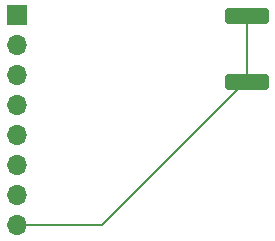
<source format=gbr>
%TF.GenerationSoftware,KiCad,Pcbnew,8.0.8*%
%TF.CreationDate,2025-03-31T21:12:05+02:00*%
%TF.ProjectId,nrf24small,6e726632-3473-46d6-916c-6c2e6b696361,rev?*%
%TF.SameCoordinates,Original*%
%TF.FileFunction,Copper,L2,Bot*%
%TF.FilePolarity,Positive*%
%FSLAX46Y46*%
G04 Gerber Fmt 4.6, Leading zero omitted, Abs format (unit mm)*
G04 Created by KiCad (PCBNEW 8.0.8) date 2025-03-31 21:12:05*
%MOMM*%
%LPD*%
G01*
G04 APERTURE LIST*
G04 Aperture macros list*
%AMRoundRect*
0 Rectangle with rounded corners*
0 $1 Rounding radius*
0 $2 $3 $4 $5 $6 $7 $8 $9 X,Y pos of 4 corners*
0 Add a 4 corners polygon primitive as box body*
4,1,4,$2,$3,$4,$5,$6,$7,$8,$9,$2,$3,0*
0 Add four circle primitives for the rounded corners*
1,1,$1+$1,$2,$3*
1,1,$1+$1,$4,$5*
1,1,$1+$1,$6,$7*
1,1,$1+$1,$8,$9*
0 Add four rect primitives between the rounded corners*
20,1,$1+$1,$2,$3,$4,$5,0*
20,1,$1+$1,$4,$5,$6,$7,0*
20,1,$1+$1,$6,$7,$8,$9,0*
20,1,$1+$1,$8,$9,$2,$3,0*%
G04 Aperture macros list end*
%TA.AperFunction,SMDPad,CuDef*%
%ADD10RoundRect,0.250000X1.600000X-0.425000X1.600000X0.425000X-1.600000X0.425000X-1.600000X-0.425000X0*%
%TD*%
%TA.AperFunction,ComponentPad*%
%ADD11R,1.700000X1.700000*%
%TD*%
%TA.AperFunction,ComponentPad*%
%ADD12O,1.700000X1.700000*%
%TD*%
%TA.AperFunction,Conductor*%
%ADD13C,0.200000*%
%TD*%
G04 APERTURE END LIST*
D10*
%TO.P,J1,2,Ext*%
%TO.N,GND*%
X105000000Y-51500000D03*
X105000000Y-57150000D03*
%TD*%
D11*
%TO.P,J2,1,Pin_1*%
%TO.N,Net-(J2-Pin_1)*%
X85500000Y-51460000D03*
D12*
%TO.P,J2,2,Pin_2*%
%TO.N,Net-(J2-Pin_2)*%
X85500000Y-54000000D03*
%TO.P,J2,3,Pin_3*%
%TO.N,Net-(J2-Pin_3)*%
X85500000Y-56540000D03*
%TO.P,J2,4,Pin_4*%
%TO.N,Net-(J2-Pin_4)*%
X85500000Y-59080000D03*
%TO.P,J2,5,Pin_5*%
%TO.N,Net-(J2-Pin_5)*%
X85500000Y-61620000D03*
%TO.P,J2,6,Pin_6*%
%TO.N,Net-(J2-Pin_6)*%
X85500000Y-64160000D03*
%TO.P,J2,7,Pin_7*%
%TO.N,+3.3V*%
X85500000Y-66700000D03*
%TO.P,J2,8,Pin_8*%
%TO.N,GND*%
X85500000Y-69240000D03*
%TD*%
D13*
%TO.N,GND*%
X92760000Y-69240000D02*
X85500000Y-69240000D01*
X104850000Y-57150000D02*
X92760000Y-69240000D01*
X105000000Y-57150000D02*
X104850000Y-57150000D01*
X105000000Y-51500000D02*
X105000000Y-57150000D01*
%TD*%
M02*

</source>
